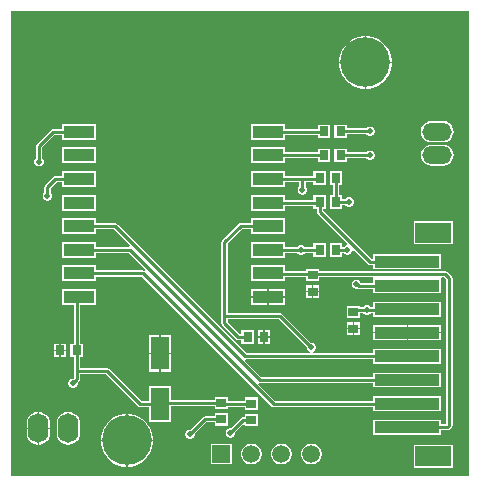
<source format=gtl>
G04*
G04 #@! TF.GenerationSoftware,Altium Limited,Altium Designer,23.3.1 (30)*
G04*
G04 Layer_Physical_Order=1*
G04 Layer_Color=255*
%FSLAX25Y25*%
%MOIN*%
G70*
G04*
G04 #@! TF.SameCoordinates,0C139B8F-EE47-4A66-AA8D-B4512E762C46*
G04*
G04*
G04 #@! TF.FilePolarity,Positive*
G04*
G01*
G75*
%ADD14R,0.03150X0.03543*%
%ADD15R,0.03543X0.03150*%
%ADD16R,0.06299X0.11024*%
%ADD17R,0.10236X0.04331*%
%ADD18R,0.21654X0.03937*%
%ADD19R,0.12205X0.06693*%
%ADD32C,0.01000*%
%ADD33C,0.16535*%
%ADD34C,0.05906*%
%ADD35R,0.05906X0.05906*%
%ADD36O,0.06890X0.09843*%
%ADD37O,0.09843X0.05906*%
%ADD38C,0.01968*%
G36*
X152500Y0D02*
X0D01*
Y155000D01*
X152500D01*
Y0D01*
D02*
G37*
%LPC*%
G36*
X118863Y146768D02*
X118250D01*
Y138250D01*
X126768D01*
Y138864D01*
X126431Y140557D01*
X125770Y142153D01*
X124810Y143589D01*
X123589Y144810D01*
X122153Y145770D01*
X120557Y146431D01*
X118863Y146768D01*
D02*
G37*
G36*
X117750D02*
X117137D01*
X115443Y146431D01*
X113847Y145770D01*
X112411Y144810D01*
X111190Y143589D01*
X110230Y142153D01*
X109569Y140557D01*
X109232Y138864D01*
Y138250D01*
X117750D01*
Y146768D01*
D02*
G37*
G36*
X126768Y137750D02*
X118250D01*
Y129232D01*
X118863D01*
X120557Y129569D01*
X122153Y130230D01*
X123589Y131190D01*
X124810Y132411D01*
X125770Y133847D01*
X126431Y135443D01*
X126768Y137136D01*
Y137750D01*
D02*
G37*
G36*
X117750D02*
X109232D01*
Y137136D01*
X109569Y135443D01*
X110230Y133847D01*
X111190Y132411D01*
X112411Y131190D01*
X113847Y130230D01*
X115443Y129569D01*
X117137Y129232D01*
X117750D01*
Y137750D01*
D02*
G37*
G36*
X111831Y117272D02*
X107681D01*
Y112728D01*
X111831D01*
Y113980D01*
X118292D01*
X118608Y113665D01*
X119187Y113425D01*
X119813D01*
X120392Y113665D01*
X120835Y114108D01*
X121075Y114687D01*
Y115313D01*
X120835Y115892D01*
X120392Y116335D01*
X119813Y116575D01*
X119187D01*
X118608Y116335D01*
X118292Y116020D01*
X111831D01*
Y117272D01*
D02*
G37*
G36*
X91118Y117539D02*
X79882D01*
Y112209D01*
X91118D01*
Y113854D01*
X102169D01*
Y112728D01*
X106319D01*
Y117272D01*
X102169D01*
Y115894D01*
X91118D01*
Y117539D01*
D02*
G37*
G36*
X28126D02*
X16890D01*
Y115894D01*
X13874D01*
X13484Y115816D01*
X13153Y115595D01*
X8418Y110860D01*
X8197Y110529D01*
X8119Y110138D01*
Y106085D01*
X7803Y105770D01*
X7564Y105191D01*
Y104564D01*
X7803Y103985D01*
X8247Y103542D01*
X8825Y103303D01*
X9452D01*
X10031Y103542D01*
X10474Y103985D01*
X10713Y104564D01*
Y105191D01*
X10474Y105770D01*
X10158Y106085D01*
Y109716D01*
X14296Y113854D01*
X16890D01*
Y112209D01*
X28126D01*
Y117539D01*
D02*
G37*
G36*
X143968Y118420D02*
X140032D01*
X139130Y118301D01*
X138290Y117953D01*
X137569Y117400D01*
X137015Y116678D01*
X136668Y115838D01*
X136549Y114937D01*
X136668Y114036D01*
X137015Y113196D01*
X137569Y112475D01*
X138290Y111921D01*
X139130Y111573D01*
X140032Y111454D01*
X143968D01*
X144870Y111573D01*
X145710Y111921D01*
X146431Y112475D01*
X146985Y113196D01*
X147332Y114036D01*
X147451Y114937D01*
X147332Y115838D01*
X146985Y116678D01*
X146431Y117400D01*
X145710Y117953D01*
X144870Y118301D01*
X143968Y118420D01*
D02*
G37*
G36*
X111831Y109272D02*
X107681D01*
Y104728D01*
X111831D01*
Y105980D01*
X118292D01*
X118608Y105665D01*
X119187Y105425D01*
X119813D01*
X120392Y105665D01*
X120835Y106108D01*
X121075Y106687D01*
Y107313D01*
X120835Y107892D01*
X120392Y108335D01*
X119813Y108575D01*
X119187D01*
X118608Y108335D01*
X118292Y108020D01*
X111831D01*
Y109272D01*
D02*
G37*
G36*
X91118Y109665D02*
X79882D01*
Y104335D01*
X91118D01*
Y105980D01*
X102169D01*
Y104728D01*
X106319D01*
Y109272D01*
X102169D01*
Y108020D01*
X91118D01*
Y109665D01*
D02*
G37*
G36*
X28126D02*
X16890D01*
Y104335D01*
X28126D01*
Y109665D01*
D02*
G37*
G36*
X143968Y110546D02*
X140032D01*
X139130Y110427D01*
X138290Y110079D01*
X137569Y109526D01*
X137015Y108804D01*
X136668Y107964D01*
X136549Y107063D01*
X136668Y106162D01*
X137015Y105322D01*
X137569Y104601D01*
X138290Y104047D01*
X139130Y103699D01*
X140032Y103580D01*
X143968D01*
X144870Y103699D01*
X145710Y104047D01*
X146431Y104601D01*
X146985Y105322D01*
X147332Y106162D01*
X147451Y107063D01*
X147332Y107964D01*
X146985Y108804D01*
X146431Y109526D01*
X145710Y110079D01*
X144870Y110427D01*
X143968Y110546D01*
D02*
G37*
G36*
X91118Y101791D02*
X79882D01*
Y96461D01*
X91118D01*
Y98106D01*
X95980D01*
Y96707D01*
X95665Y96392D01*
X95425Y95813D01*
Y95187D01*
X95665Y94608D01*
X96108Y94165D01*
X96687Y93925D01*
X97313D01*
X97892Y94165D01*
X98335Y94608D01*
X98575Y95187D01*
Y95813D01*
X98335Y96392D01*
X98020Y96707D01*
Y98106D01*
X100669D01*
Y97228D01*
X104819D01*
Y101772D01*
X100669D01*
Y100146D01*
X91118D01*
Y101791D01*
D02*
G37*
G36*
X28126D02*
X16890D01*
Y100146D01*
X14626D01*
X14236Y100068D01*
X13905Y99847D01*
X11279Y97221D01*
X11058Y96890D01*
X10980Y96500D01*
Y94708D01*
X10665Y94392D01*
X10425Y93813D01*
Y93187D01*
X10665Y92608D01*
X11108Y92165D01*
X11687Y91925D01*
X12313D01*
X12892Y92165D01*
X13335Y92608D01*
X13575Y93187D01*
Y93813D01*
X13335Y94392D01*
X13020Y94708D01*
Y96078D01*
X15048Y98106D01*
X16890D01*
Y96461D01*
X28126D01*
Y101791D01*
D02*
G37*
G36*
X110331Y101772D02*
X106181D01*
Y97228D01*
X107236D01*
Y93772D01*
X106181D01*
Y89228D01*
X110331D01*
Y90480D01*
X111293D01*
X111608Y90165D01*
X112187Y89925D01*
X112813D01*
X113392Y90165D01*
X113835Y90608D01*
X114075Y91187D01*
Y91813D01*
X113835Y92392D01*
X113392Y92835D01*
X112813Y93075D01*
X112187D01*
X111608Y92835D01*
X111293Y92520D01*
X110331D01*
Y93772D01*
X109275D01*
Y97228D01*
X110331D01*
Y101772D01*
D02*
G37*
G36*
X28126Y93917D02*
X16890D01*
Y88587D01*
X28126D01*
Y93917D01*
D02*
G37*
G36*
X147264Y84988D02*
X134059D01*
Y77295D01*
X147264D01*
Y84988D01*
D02*
G37*
G36*
X91118Y93917D02*
X79882D01*
Y88587D01*
X91118D01*
Y90232D01*
X100669D01*
Y89228D01*
X101725D01*
Y88256D01*
X101802Y87866D01*
X102023Y87535D01*
X111983Y77575D01*
X111776Y77075D01*
X111687D01*
X111108Y76835D01*
X110831Y76558D01*
X110331Y76612D01*
Y77772D01*
X106181D01*
Y73228D01*
X110331D01*
Y74388D01*
X110831Y74442D01*
X111108Y74165D01*
X111687Y73925D01*
X112313D01*
X112892Y74165D01*
X113335Y74608D01*
X113575Y75187D01*
Y75276D01*
X114075Y75483D01*
X118783Y70775D01*
X119114Y70554D01*
X119504Y70477D01*
X120673D01*
Y69028D01*
X143327D01*
Y73965D01*
X120673D01*
Y72516D01*
X119926D01*
X103764Y88678D01*
Y89228D01*
X104819D01*
Y93772D01*
X100669D01*
Y92272D01*
X91118D01*
Y93917D01*
D02*
G37*
G36*
Y78169D02*
X79882D01*
Y72839D01*
X91118D01*
Y74484D01*
X95288D01*
X95608Y74165D01*
X96187Y73925D01*
X96813D01*
X97392Y74165D01*
X97711Y74484D01*
X100669D01*
Y73228D01*
X104819D01*
Y77772D01*
X100669D01*
Y76524D01*
X97704D01*
X97392Y76835D01*
X96813Y77075D01*
X96187D01*
X95608Y76835D01*
X95296Y76524D01*
X91118D01*
Y78169D01*
D02*
G37*
G36*
X102644Y63691D02*
X100622D01*
Y61866D01*
X102644D01*
Y63691D01*
D02*
G37*
G36*
X100122D02*
X98100D01*
Y61866D01*
X100122D01*
Y63691D01*
D02*
G37*
G36*
X91118Y62421D02*
X85750D01*
Y60006D01*
X91118D01*
Y62421D01*
D02*
G37*
G36*
X85250D02*
X79882D01*
Y60006D01*
X85250D01*
Y62421D01*
D02*
G37*
G36*
X102644Y61366D02*
X100622D01*
Y59541D01*
X102644D01*
Y61366D01*
D02*
G37*
G36*
X100122D02*
X98100D01*
Y59541D01*
X100122D01*
Y61366D01*
D02*
G37*
G36*
X91118Y59506D02*
X85750D01*
Y57091D01*
X91118D01*
Y59506D01*
D02*
G37*
G36*
X85250D02*
X79882D01*
Y57091D01*
X85250D01*
Y59506D01*
D02*
G37*
G36*
X143327Y58217D02*
X120673D01*
Y56520D01*
X119708D01*
X119392Y56835D01*
X118813Y57075D01*
X118187D01*
X117608Y56835D01*
X117292Y56520D01*
X116272D01*
Y56831D01*
X111728D01*
Y52681D01*
X116272D01*
Y54480D01*
X117292D01*
X117608Y54165D01*
X118187Y53925D01*
X118813D01*
X119392Y54165D01*
X119708Y54480D01*
X120673D01*
Y53280D01*
X143327D01*
Y58217D01*
D02*
G37*
G36*
X116272Y51319D02*
X114250D01*
Y49494D01*
X116272D01*
Y51319D01*
D02*
G37*
G36*
X113750D02*
X111728D01*
Y49494D01*
X113750D01*
Y51319D01*
D02*
G37*
G36*
X143327Y50343D02*
X132250D01*
Y48124D01*
X143327D01*
Y50343D01*
D02*
G37*
G36*
X131750D02*
X120673D01*
Y48124D01*
X131750D01*
Y50343D01*
D02*
G37*
G36*
X116272Y48994D02*
X114250D01*
Y47169D01*
X116272D01*
Y48994D01*
D02*
G37*
G36*
X113750D02*
X111728D01*
Y47169D01*
X113750D01*
Y48994D01*
D02*
G37*
G36*
X86331Y48772D02*
X84506D01*
Y46750D01*
X86331D01*
Y48772D01*
D02*
G37*
G36*
X84006D02*
X82181D01*
Y46750D01*
X84006D01*
Y48772D01*
D02*
G37*
G36*
X143327Y47624D02*
X132250D01*
Y45406D01*
X143327D01*
Y47624D01*
D02*
G37*
G36*
X131750D02*
X120673D01*
Y45406D01*
X131750D01*
Y47624D01*
D02*
G37*
G36*
X86331Y46250D02*
X84506D01*
Y44228D01*
X86331D01*
Y46250D01*
D02*
G37*
G36*
X84006D02*
X82181D01*
Y44228D01*
X84006D01*
Y46250D01*
D02*
G37*
G36*
X18319Y44272D02*
X16494D01*
Y42250D01*
X18319D01*
Y44272D01*
D02*
G37*
G36*
X15994D02*
X14169D01*
Y42250D01*
X15994D01*
Y44272D01*
D02*
G37*
G36*
X53150Y46976D02*
X49750D01*
Y41215D01*
X53150D01*
Y46976D01*
D02*
G37*
G36*
X49250D02*
X45850D01*
Y41215D01*
X49250D01*
Y46976D01*
D02*
G37*
G36*
X91118Y86043D02*
X79882D01*
Y84398D01*
X76378D01*
X75988Y84320D01*
X75657Y84099D01*
X70279Y78721D01*
X70058Y78390D01*
X69980Y78000D01*
Y53500D01*
Y51000D01*
X70058Y50610D01*
X70279Y50279D01*
X74779Y45779D01*
X75110Y45558D01*
X75500Y45480D01*
X76669D01*
Y44228D01*
X80819D01*
Y48772D01*
X76669D01*
Y47520D01*
X75922D01*
X72020Y51422D01*
Y52480D01*
X89078D01*
X98425Y43133D01*
Y42687D01*
X98665Y42108D01*
X99108Y41665D01*
X99459Y41520D01*
X99359Y41020D01*
X78422D01*
X35343Y84099D01*
X35012Y84320D01*
X34622Y84398D01*
X28126D01*
Y86043D01*
X16890D01*
Y80713D01*
X28126D01*
Y82358D01*
X34200D01*
X39552Y77006D01*
X39548Y76969D01*
X39327Y76524D01*
X28126D01*
Y78169D01*
X16890D01*
Y72839D01*
X28126D01*
Y74484D01*
X39074D01*
X44636Y68922D01*
X44317Y68534D01*
X44260Y68572D01*
X43870Y68650D01*
X28126D01*
Y70295D01*
X16890D01*
Y64965D01*
X28126D01*
Y66610D01*
X43448D01*
X86779Y23279D01*
X87110Y23058D01*
X87500Y22980D01*
X120673D01*
Y21783D01*
X143327D01*
Y26720D01*
X120673D01*
Y25020D01*
X87922D01*
X82108Y30834D01*
X82427Y31222D01*
X82484Y31184D01*
X82874Y31106D01*
X120673D01*
Y29658D01*
X143327D01*
Y34595D01*
X120673D01*
Y33146D01*
X83296D01*
X77944Y38498D01*
X77948Y38535D01*
X78169Y38980D01*
X120673D01*
Y37532D01*
X143327D01*
Y42469D01*
X120673D01*
Y41020D01*
X100641D01*
X100541Y41520D01*
X100892Y41665D01*
X101335Y42108D01*
X101575Y42687D01*
Y43313D01*
X101335Y43892D01*
X100892Y44335D01*
X100313Y44575D01*
X99867D01*
X90221Y54221D01*
X89890Y54442D01*
X89500Y54520D01*
X72020D01*
Y77578D01*
X76800Y82358D01*
X79882D01*
Y80713D01*
X91118D01*
Y86043D01*
D02*
G37*
G36*
X18319Y41750D02*
X16494D01*
Y39728D01*
X18319D01*
Y41750D01*
D02*
G37*
G36*
X15994D02*
X14169D01*
Y39728D01*
X15994D01*
Y41750D01*
D02*
G37*
G36*
X53150Y40715D02*
X49750D01*
Y34953D01*
X53150D01*
Y40715D01*
D02*
G37*
G36*
X49250D02*
X45850D01*
Y34953D01*
X49250D01*
Y40715D01*
D02*
G37*
G36*
X28126Y62421D02*
X16890D01*
Y57091D01*
X20736D01*
Y44272D01*
X19681D01*
Y39728D01*
X20736D01*
Y35000D01*
Y32940D01*
X20371Y32575D01*
X20187D01*
X19608Y32335D01*
X19165Y31892D01*
X18925Y31313D01*
Y30687D01*
X19165Y30108D01*
X19608Y29665D01*
X20187Y29425D01*
X20813D01*
X21392Y29665D01*
X21835Y30108D01*
X22075Y30687D01*
Y31313D01*
X22051Y31371D01*
X22477Y31797D01*
X22698Y32128D01*
X22775Y32518D01*
Y33980D01*
X31578D01*
X42244Y23314D01*
X42574Y23094D01*
X42965Y23016D01*
X45850D01*
Y18024D01*
X53150D01*
Y23492D01*
X67728D01*
Y22437D01*
X72272D01*
Y23236D01*
X77728D01*
Y22181D01*
X82272D01*
Y26331D01*
X77728D01*
Y25275D01*
X72272D01*
Y26587D01*
X67728D01*
Y25531D01*
X53150D01*
Y30047D01*
X45850D01*
Y25055D01*
X43387D01*
X32721Y35721D01*
X32390Y35942D01*
X32000Y36020D01*
X22775D01*
Y39728D01*
X23831D01*
Y44272D01*
X22775D01*
Y57091D01*
X28126D01*
Y62421D01*
D02*
G37*
G36*
X91118Y70295D02*
X79882D01*
Y64965D01*
X91118D01*
Y66480D01*
X98100D01*
Y65053D01*
X102644D01*
Y66480D01*
X120407D01*
X120673Y66091D01*
X120673Y65980D01*
Y64520D01*
X116489D01*
X116335Y64892D01*
X115892Y65335D01*
X115313Y65575D01*
X114687D01*
X114108Y65335D01*
X113665Y64892D01*
X113425Y64313D01*
Y63687D01*
X113665Y63108D01*
X114108Y62665D01*
X114687Y62425D01*
X115313D01*
X115549Y62523D01*
X115762Y62480D01*
X120673D01*
Y61154D01*
X143327D01*
Y65980D01*
X143327Y66091D01*
X143593Y66480D01*
X144078D01*
X144980Y65578D01*
Y17422D01*
X144956Y17398D01*
X143327D01*
Y18846D01*
X120673D01*
Y13909D01*
X143327D01*
Y15358D01*
X145378D01*
X145768Y15436D01*
X146099Y15657D01*
X146721Y16279D01*
X146942Y16610D01*
X147020Y17000D01*
Y66000D01*
X146942Y66390D01*
X146721Y66721D01*
X145221Y68221D01*
X144890Y68442D01*
X144500Y68520D01*
X102644D01*
Y69203D01*
X98100D01*
Y68520D01*
X91118D01*
Y70295D01*
D02*
G37*
G36*
X72272Y21075D02*
X67728D01*
Y20020D01*
X64500D01*
X64110Y19942D01*
X63779Y19721D01*
X59633Y15575D01*
X59187D01*
X58608Y15335D01*
X58165Y14892D01*
X57925Y14313D01*
Y13687D01*
X58165Y13108D01*
X58608Y12665D01*
X59187Y12425D01*
X59813D01*
X60392Y12665D01*
X60835Y13108D01*
X61075Y13687D01*
Y14133D01*
X64922Y17980D01*
X67728D01*
Y16925D01*
X72272D01*
Y21075D01*
D02*
G37*
G36*
X82272Y20819D02*
X77728D01*
Y19764D01*
X77244D01*
X76854Y19686D01*
X76523Y19465D01*
X73133Y16075D01*
X72687D01*
X72108Y15835D01*
X71665Y15392D01*
X71425Y14813D01*
Y14187D01*
X71665Y13608D01*
X72108Y13165D01*
X72687Y12925D01*
X73313D01*
X73892Y13165D01*
X74335Y13608D01*
X74575Y14187D01*
Y14633D01*
X77228Y17286D01*
X77728Y17079D01*
Y16669D01*
X82272D01*
Y20819D01*
D02*
G37*
G36*
X9250Y21422D02*
Y16250D01*
X12979D01*
Y17476D01*
X12843Y18506D01*
X12446Y19466D01*
X11813Y20290D01*
X10989Y20922D01*
X10030Y21320D01*
X9250Y21422D01*
D02*
G37*
G36*
X8750D02*
X7970Y21320D01*
X7011Y20922D01*
X6186Y20290D01*
X5554Y19466D01*
X5157Y18506D01*
X5021Y17476D01*
Y16250D01*
X8750D01*
Y21422D01*
D02*
G37*
G36*
X39364Y20768D02*
X38750D01*
Y12250D01*
X47268D01*
Y12864D01*
X46931Y14558D01*
X46270Y16153D01*
X45310Y17589D01*
X44089Y18810D01*
X42653Y19770D01*
X41058Y20431D01*
X39364Y20768D01*
D02*
G37*
G36*
X38250D02*
X37637D01*
X35943Y20431D01*
X34347Y19770D01*
X32911Y18810D01*
X31690Y17589D01*
X30730Y16153D01*
X30069Y14558D01*
X29732Y12864D01*
Y12250D01*
X38250D01*
Y20768D01*
D02*
G37*
G36*
X12979Y15750D02*
X9250D01*
Y10578D01*
X10030Y10680D01*
X10989Y11078D01*
X11813Y11710D01*
X12446Y12534D01*
X12843Y13494D01*
X12979Y14524D01*
Y15750D01*
D02*
G37*
G36*
X8750D02*
X5021D01*
Y14524D01*
X5157Y13494D01*
X5554Y12534D01*
X6186Y11710D01*
X7011Y11078D01*
X7970Y10680D01*
X8750Y10578D01*
Y15750D01*
D02*
G37*
G36*
X19000Y21455D02*
X17970Y21320D01*
X17010Y20922D01*
X16186Y20290D01*
X15554Y19466D01*
X15157Y18506D01*
X15021Y17476D01*
Y14524D01*
X15157Y13494D01*
X15554Y12534D01*
X16186Y11710D01*
X17010Y11078D01*
X17970Y10680D01*
X19000Y10545D01*
X20030Y10680D01*
X20989Y11078D01*
X21813Y11710D01*
X22446Y12534D01*
X22843Y13494D01*
X22979Y14524D01*
Y17476D01*
X22843Y18506D01*
X22446Y19466D01*
X21813Y20290D01*
X20989Y20922D01*
X20030Y21320D01*
X19000Y21455D01*
D02*
G37*
G36*
X100455Y10953D02*
X99545D01*
X98667Y10717D01*
X97880Y10263D01*
X97237Y9620D01*
X96783Y8833D01*
X96547Y7955D01*
Y7045D01*
X96783Y6167D01*
X97237Y5380D01*
X97880Y4737D01*
X98667Y4282D01*
X99545Y4047D01*
X100455D01*
X101333Y4282D01*
X102120Y4737D01*
X102763Y5380D01*
X103217Y6167D01*
X103453Y7045D01*
Y7955D01*
X103217Y8833D01*
X102763Y9620D01*
X102120Y10263D01*
X101333Y10717D01*
X100455Y10953D01*
D02*
G37*
G36*
X90455D02*
X89545D01*
X88667Y10717D01*
X87880Y10263D01*
X87237Y9620D01*
X86783Y8833D01*
X86547Y7955D01*
Y7045D01*
X86783Y6167D01*
X87237Y5380D01*
X87880Y4737D01*
X88667Y4282D01*
X89545Y4047D01*
X90455D01*
X91333Y4282D01*
X92120Y4737D01*
X92763Y5380D01*
X93217Y6167D01*
X93453Y7045D01*
Y7955D01*
X93217Y8833D01*
X92763Y9620D01*
X92120Y10263D01*
X91333Y10717D01*
X90455Y10953D01*
D02*
G37*
G36*
X80455D02*
X79545D01*
X78667Y10717D01*
X77880Y10263D01*
X77237Y9620D01*
X76783Y8833D01*
X76547Y7955D01*
Y7045D01*
X76783Y6167D01*
X77237Y5380D01*
X77880Y4737D01*
X78667Y4282D01*
X79545Y4047D01*
X80455D01*
X81333Y4282D01*
X82120Y4737D01*
X82763Y5380D01*
X83217Y6167D01*
X83453Y7045D01*
Y7955D01*
X83217Y8833D01*
X82763Y9620D01*
X82120Y10263D01*
X81333Y10717D01*
X80455Y10953D01*
D02*
G37*
G36*
X73453D02*
X66547D01*
Y4047D01*
X73453D01*
Y10953D01*
D02*
G37*
G36*
X47268Y11750D02*
X38750D01*
Y3232D01*
X39364D01*
X41058Y3569D01*
X42653Y4230D01*
X44089Y5190D01*
X45310Y6411D01*
X46270Y7847D01*
X46931Y9443D01*
X47268Y11136D01*
Y11750D01*
D02*
G37*
G36*
X38250D02*
X29732D01*
Y11136D01*
X30069Y9443D01*
X30730Y7847D01*
X31690Y6411D01*
X32911Y5190D01*
X34347Y4230D01*
X35943Y3569D01*
X37637Y3232D01*
X38250D01*
Y11750D01*
D02*
G37*
G36*
X147264Y10579D02*
X134059D01*
Y2886D01*
X147264D01*
Y10579D01*
D02*
G37*
%LPD*%
D14*
X102744Y99500D02*
D03*
X108256D02*
D03*
X102744Y91500D02*
D03*
X108256D02*
D03*
X102744Y75500D02*
D03*
X108256D02*
D03*
X78744Y46500D02*
D03*
X84256D02*
D03*
X109756Y107000D02*
D03*
X104244D02*
D03*
X109756Y115000D02*
D03*
X104244D02*
D03*
X21756Y42000D02*
D03*
X16244D02*
D03*
D15*
X114000Y54756D02*
D03*
Y49244D02*
D03*
X100372Y67128D02*
D03*
Y61616D02*
D03*
X70000Y19000D02*
D03*
Y24512D02*
D03*
X80000Y18744D02*
D03*
Y24256D02*
D03*
D16*
X49500Y24035D02*
D03*
Y40965D02*
D03*
D17*
X22508Y114874D02*
D03*
Y107000D02*
D03*
Y99126D02*
D03*
Y91252D02*
D03*
Y83378D02*
D03*
Y75504D02*
D03*
Y67630D02*
D03*
Y59756D02*
D03*
X85500D02*
D03*
Y67630D02*
D03*
Y75504D02*
D03*
Y83378D02*
D03*
Y91252D02*
D03*
Y99126D02*
D03*
Y107000D02*
D03*
Y114874D02*
D03*
D18*
X132000Y16378D02*
D03*
Y24252D02*
D03*
Y32126D02*
D03*
Y40000D02*
D03*
Y47874D02*
D03*
Y55748D02*
D03*
Y63622D02*
D03*
Y71496D02*
D03*
D19*
X140661Y81142D02*
D03*
Y6732D02*
D03*
D32*
X108256Y75500D02*
X112000D01*
X108256Y75500D02*
X108256Y75500D01*
X115762Y63500D02*
X131878D01*
X115000Y64000D02*
X115262D01*
X115762Y63500D01*
X118500Y55500D02*
X131752D01*
X114744D02*
X118500D01*
X108256Y91500D02*
X108256Y91500D01*
X112500D01*
X131752Y55500D02*
X132000Y55748D01*
X114000Y54756D02*
X114744Y55500D01*
X71000Y53500D02*
Y78000D01*
Y51000D02*
Y53500D01*
X89500D01*
X100000Y43000D01*
X85500Y75504D02*
X102740D01*
X73000Y14500D02*
X77244Y18744D01*
X80000D01*
X14626Y99126D02*
X22508D01*
X12000Y96500D02*
X14626Y99126D01*
X12000Y93500D02*
Y96500D01*
X59500Y14000D02*
X64500Y19000D01*
X70000D01*
X9138Y110138D02*
X13874Y114874D01*
X22508D01*
X9138Y104877D02*
Y110138D01*
X21756Y59004D02*
X22508Y59756D01*
X21756Y42000D02*
Y59004D01*
X70256Y24256D02*
X80000D01*
X70000Y24512D02*
X70256Y24256D01*
X49500Y24035D02*
X49976Y24512D01*
X70000D01*
X21756Y35000D02*
Y42000D01*
Y32518D02*
Y35000D01*
X32000D01*
X42965Y24035D01*
X49500D01*
X20500Y31262D02*
X21756Y32518D01*
X20500Y31000D02*
Y31262D01*
X87500Y24000D02*
X134000D01*
X22508Y67630D02*
X43870D01*
X87500Y24000D01*
X39496Y75504D02*
X82874Y32126D01*
X132000D01*
X22508Y75504D02*
X39496D01*
X133748Y24252D02*
X134000Y24000D01*
X132000Y24252D02*
X133748D01*
X78000Y40000D02*
X132000D01*
X34622Y83378D02*
X78000Y40000D01*
X22508Y83378D02*
X34622D01*
X71000Y51000D02*
X75500Y46500D01*
X78744D01*
X97000Y99126D02*
X102370D01*
X85500D02*
X97000D01*
Y95500D02*
Y99126D01*
X85500Y91252D02*
X102496D01*
X131878Y63500D02*
X132000Y63622D01*
X100744Y67500D02*
X144500D01*
X102744Y88256D02*
Y91500D01*
Y88256D02*
X119504Y71496D01*
X132000D01*
X85500Y67500D02*
X99256D01*
X100000Y66756D01*
X100744Y67500D01*
X145378Y16378D02*
X146000Y17000D01*
X132000Y16378D02*
X145378D01*
X146000Y17000D02*
Y66000D01*
X144500Y67500D02*
X146000Y66000D01*
X85370Y67630D02*
X85500Y67500D01*
X85370Y67630D02*
X85500D01*
X102740Y75504D02*
X102744Y75500D01*
X71000Y78000D02*
X76378Y83378D01*
X85500D01*
X108256Y91500D02*
Y99500D01*
X102496Y91252D02*
X102744Y91500D01*
X102370Y99126D02*
X102744Y99500D01*
X109756Y107000D02*
X109756Y107000D01*
X119500D01*
X109756Y115000D02*
X119500D01*
X109756Y115000D02*
X109756Y115000D01*
X85500Y107000D02*
X104244D01*
X104244Y107000D01*
X85500Y114874D02*
X104118D01*
X104244Y115000D01*
D33*
X38500Y12000D02*
D03*
X118000Y138000D02*
D03*
D34*
X100000Y7500D02*
D03*
X90000D02*
D03*
X80000D02*
D03*
D35*
X70000D02*
D03*
D36*
X9000Y16000D02*
D03*
X19000D02*
D03*
D37*
X142000Y107063D02*
D03*
Y114937D02*
D03*
D38*
X112000Y75500D02*
D03*
X115000Y64000D02*
D03*
X118500Y55500D02*
D03*
X112500Y91500D02*
D03*
X100000Y43000D02*
D03*
X96500Y75500D02*
D03*
X73000Y14500D02*
D03*
X12000Y93500D02*
D03*
X59500Y14000D02*
D03*
X9138Y104877D02*
D03*
X20500Y31000D02*
D03*
X119500Y107000D02*
D03*
Y115000D02*
D03*
X97000Y95500D02*
D03*
M02*

</source>
